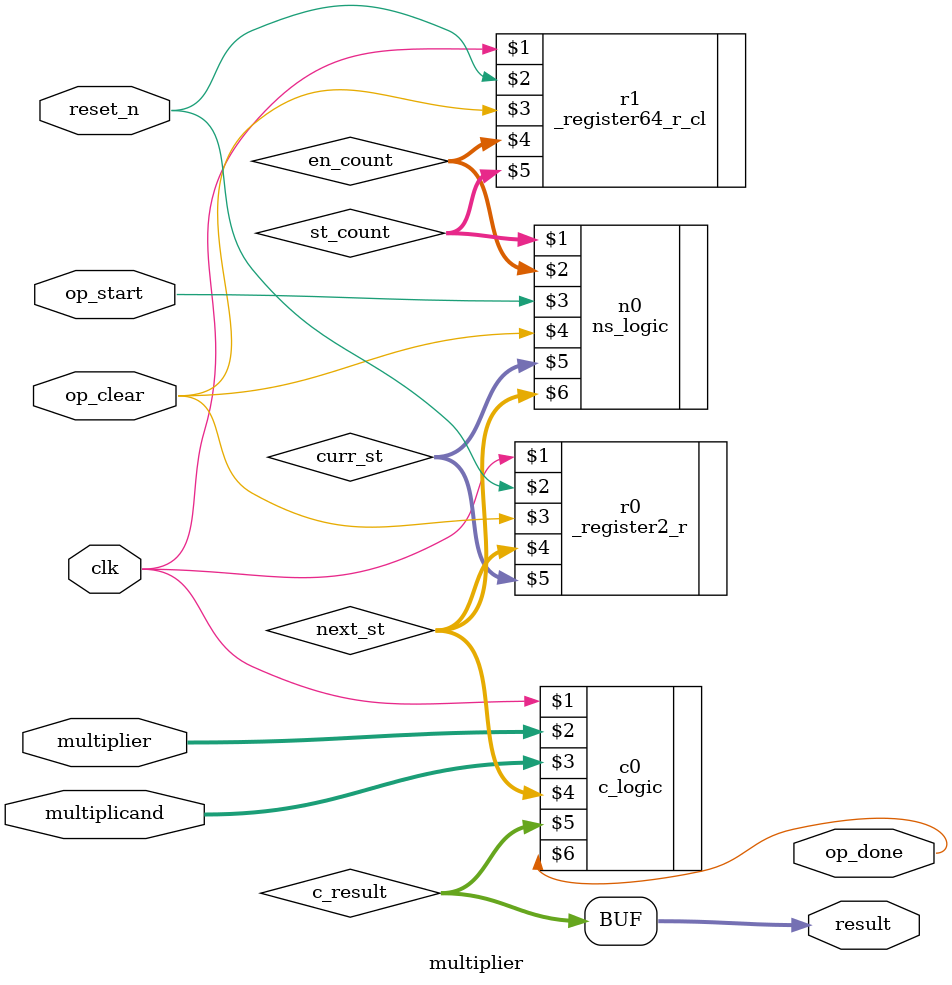
<source format=v>

module multiplier(clk, reset_n, multiplier, multiplicand, op_start, op_clear, op_done, result);

	//input, output
	input clk, reset_n, op_start, op_clear;
	input [63:0] multiplier, multiplicand;
	output  op_done;
	output [127:0] result;
	
	//wire
	wire [1:0] next_st, curr_st;
	wire [63:0] st_count, en_count;
	wire [127:0] c_result;
	
	//instance
	_register2_r r0(clk, reset_n, op_clear, next_st, curr_st);     //state
	_register64_r_cl r1(clk, reset_n, op_clear, en_count, st_count);  //count
	ns_logic n0(st_count, en_count, op_start, op_clear, curr_st, next_st);  //next state logic
	c_logic c0(clk, multiplier, multiplicand, next_st, c_result, op_done);	//calculate

	assign result = c_result;  //result

endmodule

</source>
